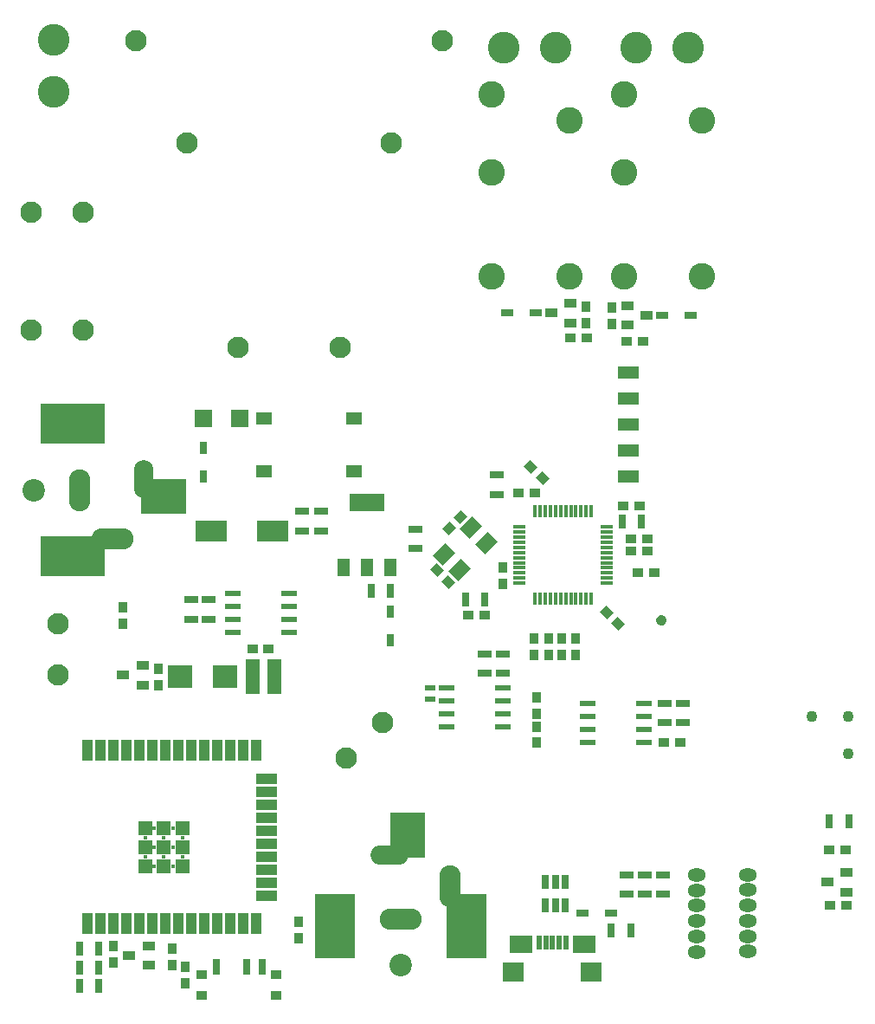
<source format=gts>
G04*
G04 #@! TF.GenerationSoftware,Altium Limited,Altium Designer,22.10.1 (41)*
G04*
G04 Layer_Color=8388736*
%FSLAX44Y44*%
%MOMM*%
G71*
G04*
G04 #@! TF.SameCoordinates,FF558BA5-466A-4189-8B58-D4AB7027BDE0*
G04*
G04*
G04 #@! TF.FilePolarity,Negative*
G04*
G01*
G75*
%ADD56R,0.8000X1.4000*%
%ADD57R,1.0652X0.8874*%
%ADD58R,1.2000X0.9000*%
G04:AMPARAMS|DCode=59|XSize=0.8874mm|YSize=1.0652mm|CornerRadius=0mm|HoleSize=0mm|Usage=FLASHONLY|Rotation=225.000|XOffset=0mm|YOffset=0mm|HoleType=Round|Shape=Rectangle|*
%AMROTATEDRECTD59*
4,1,4,-0.0629,0.6904,0.6904,-0.0629,0.0629,-0.6904,-0.6904,0.0629,-0.0629,0.6904,0.0*
%
%ADD59ROTATEDRECTD59*%

%ADD60R,0.4000X1.3000*%
%ADD61R,1.3000X0.4000*%
%ADD62R,1.4000X0.8000*%
G04:AMPARAMS|DCode=63|XSize=0.8874mm|YSize=1.0652mm|CornerRadius=0mm|HoleSize=0mm|Usage=FLASHONLY|Rotation=315.000|XOffset=0mm|YOffset=0mm|HoleType=Round|Shape=Rectangle|*
%AMROTATEDRECTD63*
4,1,4,-0.6904,-0.0629,0.0629,0.6904,0.6904,0.0629,-0.0629,-0.6904,-0.6904,-0.0629,0.0*
%
%ADD63ROTATEDRECTD63*%

G04:AMPARAMS|DCode=64|XSize=1.7mm|YSize=1.35mm|CornerRadius=0mm|HoleSize=0mm|Usage=FLASHONLY|Rotation=225.000|XOffset=0mm|YOffset=0mm|HoleType=Round|Shape=Rectangle|*
%AMROTATEDRECTD64*
4,1,4,0.1237,1.0783,1.0783,0.1237,-0.1237,-1.0783,-1.0783,-0.1237,0.1237,1.0783,0.0*
%
%ADD64ROTATEDRECTD64*%

%ADD65R,0.8874X1.0652*%
%ADD66R,1.6000X0.6000*%
%ADD67R,1.1000X0.6000*%
%ADD68R,1.1500X0.6500*%
%ADD69R,0.7000X1.4600*%
%ADD70R,0.5000X1.4500*%
%ADD71R,2.2000X1.7000*%
%ADD72R,2.0000X1.9000*%
%ADD73R,2.1000X1.2000*%
%ADD74R,3.4000X4.5000*%
%ADD75R,4.0000X6.3000*%
%ADD76R,0.6500X1.1500*%
%ADD77R,1.3000X1.7000*%
%ADD78R,3.4000X1.7000*%
%ADD79R,1.6500X1.3000*%
%ADD80R,1.7000X1.7000*%
%ADD81R,3.1000X2.1000*%
%ADD82R,1.4000X3.5000*%
%ADD83R,2.3500X2.2200*%
%ADD84R,0.8000X1.6000*%
%ADD85R,1.1000X0.9000*%
%ADD86R,1.0000X2.1000*%
%ADD87R,2.1000X1.0000*%
%ADD88R,1.4300X1.4300*%
%ADD89R,4.5000X3.4000*%
%ADD90R,6.3000X4.0000*%
%ADD91O,1.8000X1.3000*%
%ADD92C,1.1000*%
%ADD93C,3.1000*%
%ADD94C,2.6000*%
%ADD95C,2.2000*%
%ADD96O,3.7000X1.9000*%
%ADD97O,2.1000X4.1000*%
%ADD98O,4.1000X2.1000*%
%ADD99C,2.1000*%
%ADD100C,0.1000*%
%ADD101C,0.4000*%
%ADD102O,1.9000X3.7000*%
G36*
X659214Y377285D02*
X659214Y378280D01*
X658453Y380118D01*
X657047Y381524D01*
X655209Y382285D01*
X654214D01*
X653220Y382285D01*
X651382Y381524D01*
X649976Y380118D01*
X649214Y378280D01*
X649214Y377285D01*
Y376291D01*
X649976Y374453D01*
X651382Y373047D01*
X653220Y372286D01*
X654214D01*
X655209D01*
X657047Y373047D01*
X658453Y374453D01*
X659214Y376291D01*
Y377285D01*
X659214D01*
D02*
G37*
D56*
X818388Y180594D02*
D03*
X837388D02*
D03*
X615760Y474027D02*
D03*
X634759D02*
D03*
X481500Y397500D02*
D03*
X462500D02*
D03*
X604931Y74168D02*
D03*
X623931D02*
D03*
X389128Y406146D02*
D03*
X370128D02*
D03*
X104000Y56500D02*
D03*
X85000D02*
D03*
X104000Y37500D02*
D03*
X85000D02*
D03*
X104000Y19500D02*
D03*
X85000D02*
D03*
D57*
X834390Y152654D02*
D03*
X818388D02*
D03*
X835152Y98552D02*
D03*
X819150D02*
D03*
X530500Y501396D02*
D03*
X514498D02*
D03*
X616758Y489027D02*
D03*
X632760D02*
D03*
X640588Y457073D02*
D03*
X624586D02*
D03*
X640588Y444881D02*
D03*
X624586D02*
D03*
X646938Y423500D02*
D03*
X630936D02*
D03*
X481500Y382270D02*
D03*
X465498D02*
D03*
X656498Y258000D02*
D03*
X672500D02*
D03*
X636001Y650000D02*
D03*
X619999D02*
D03*
X581002Y653000D02*
D03*
X565000D02*
D03*
X270001Y349500D02*
D03*
X253999D02*
D03*
D58*
X816356Y121158D02*
D03*
X835256Y130658D02*
D03*
Y111658D02*
D03*
X639450Y675000D02*
D03*
X620550Y684500D02*
D03*
Y665500D02*
D03*
X546100Y677500D02*
D03*
X565000Y668000D02*
D03*
Y687000D02*
D03*
X127550Y323500D02*
D03*
X146450Y314000D02*
D03*
Y333000D02*
D03*
X133550Y49500D02*
D03*
X152450Y40000D02*
D03*
Y59000D02*
D03*
D59*
X537591Y516001D02*
D03*
X526276Y527316D02*
D03*
X600640Y384880D02*
D03*
X611956Y373564D02*
D03*
X445579Y414655D02*
D03*
X434264Y425970D02*
D03*
D60*
X530500Y483500D02*
D03*
X540500D02*
D03*
X545500D02*
D03*
X550500D02*
D03*
X555500D02*
D03*
X560500D02*
D03*
X565500D02*
D03*
X570500D02*
D03*
X575500D02*
D03*
X580500D02*
D03*
X585500D02*
D03*
Y398500D02*
D03*
X575500D02*
D03*
X570500D02*
D03*
X565500D02*
D03*
X560500D02*
D03*
X555500D02*
D03*
X550500D02*
D03*
X545500D02*
D03*
X540500D02*
D03*
X535500D02*
D03*
X530500D02*
D03*
X535500Y483500D02*
D03*
X580500Y398500D02*
D03*
D61*
X600500Y468500D02*
D03*
Y458500D02*
D03*
Y448500D02*
D03*
Y443500D02*
D03*
Y438500D02*
D03*
Y433500D02*
D03*
Y428500D02*
D03*
Y423500D02*
D03*
Y418500D02*
D03*
Y413500D02*
D03*
X515500D02*
D03*
Y418500D02*
D03*
Y423500D02*
D03*
Y428500D02*
D03*
Y438500D02*
D03*
Y443500D02*
D03*
Y448500D02*
D03*
Y453500D02*
D03*
Y458500D02*
D03*
Y463500D02*
D03*
Y468500D02*
D03*
X600500Y453500D02*
D03*
Y463500D02*
D03*
X515500Y433500D02*
D03*
D62*
X493268Y519024D02*
D03*
Y500024D02*
D03*
X413512Y466192D02*
D03*
Y447192D02*
D03*
X499000Y325360D02*
D03*
Y344360D02*
D03*
X481500Y325360D02*
D03*
Y344360D02*
D03*
X657000Y296000D02*
D03*
Y277000D02*
D03*
X675000Y296000D02*
D03*
Y277000D02*
D03*
X655947Y128253D02*
D03*
Y109254D02*
D03*
X637947Y128253D02*
D03*
Y109254D02*
D03*
X620447Y128253D02*
D03*
Y109254D02*
D03*
X303000Y464500D02*
D03*
Y483500D02*
D03*
X321000Y464500D02*
D03*
Y483500D02*
D03*
X193934Y378206D02*
D03*
Y397206D02*
D03*
X211582Y378206D02*
D03*
Y397206D02*
D03*
D63*
X457454Y477965D02*
D03*
X446139Y466649D02*
D03*
D64*
X467615Y467803D02*
D03*
X457009Y426084D02*
D03*
X483172Y452247D02*
D03*
X441452Y441640D02*
D03*
D65*
X570000Y343498D02*
D03*
Y359500D02*
D03*
X556500Y343498D02*
D03*
Y359500D02*
D03*
X543500Y343498D02*
D03*
Y359500D02*
D03*
X529500Y343498D02*
D03*
Y359500D02*
D03*
X499000Y428500D02*
D03*
Y412498D02*
D03*
X532003Y302133D02*
D03*
Y286131D02*
D03*
Y257429D02*
D03*
Y273431D02*
D03*
X606000Y683001D02*
D03*
Y666999D02*
D03*
X580263Y668020D02*
D03*
Y684022D02*
D03*
X127550Y373498D02*
D03*
Y389500D02*
D03*
X161798Y313944D02*
D03*
Y329946D02*
D03*
X299500Y66499D02*
D03*
Y82501D02*
D03*
X188500Y38500D02*
D03*
Y22498D02*
D03*
X175704Y40195D02*
D03*
Y56198D02*
D03*
X118000Y58501D02*
D03*
Y42499D02*
D03*
D66*
X444000Y311550D02*
D03*
Y298850D02*
D03*
Y286150D02*
D03*
X499000Y273450D02*
D03*
Y286150D02*
D03*
Y298850D02*
D03*
Y311550D02*
D03*
X444000Y273450D02*
D03*
X582000Y296050D02*
D03*
Y283350D02*
D03*
Y270650D02*
D03*
X637000Y257950D02*
D03*
Y270650D02*
D03*
Y283350D02*
D03*
Y296050D02*
D03*
X582000Y257950D02*
D03*
X234500Y365450D02*
D03*
Y378150D02*
D03*
Y403550D02*
D03*
X289500D02*
D03*
Y390850D02*
D03*
Y378150D02*
D03*
Y365450D02*
D03*
X234500Y390850D02*
D03*
D67*
X427500Y300000D02*
D03*
Y311000D02*
D03*
D68*
X604931Y91313D02*
D03*
X576931D02*
D03*
X682500Y675000D02*
D03*
X654500D02*
D03*
X503000Y677500D02*
D03*
X531000D02*
D03*
D69*
X559918Y98425D02*
D03*
X550418D02*
D03*
X540918D02*
D03*
Y121925D02*
D03*
X559918D02*
D03*
X550418D02*
D03*
D70*
X560500Y62000D02*
D03*
X554000D02*
D03*
X547500D02*
D03*
X541000D02*
D03*
X534500D02*
D03*
D71*
X516500Y60775D02*
D03*
X578500D02*
D03*
D72*
X509500Y33500D02*
D03*
X585500D02*
D03*
D73*
X621538Y517779D02*
D03*
Y543179D02*
D03*
Y568579D02*
D03*
Y593979D02*
D03*
Y619379D02*
D03*
D74*
X405500Y167500D02*
D03*
D75*
X334500Y78000D02*
D03*
X463500D02*
D03*
D76*
X389128Y385318D02*
D03*
Y357318D02*
D03*
X205994Y517876D02*
D03*
Y545876D02*
D03*
D77*
X343000Y428500D02*
D03*
X389000D02*
D03*
X366000D02*
D03*
D78*
Y492500D02*
D03*
D79*
X265000Y574550D02*
D03*
X353000D02*
D03*
Y522450D02*
D03*
X265000D02*
D03*
D80*
X206062Y574548D02*
D03*
X242062D02*
D03*
D81*
X274000Y464500D02*
D03*
X214000D02*
D03*
D82*
X254168Y322580D02*
D03*
X275168D02*
D03*
D83*
X227076D02*
D03*
X183376D02*
D03*
D84*
X218500Y38500D02*
D03*
X248500D02*
D03*
X263500D02*
D03*
D85*
X277500Y31000D02*
D03*
X204500D02*
D03*
X277500Y11000D02*
D03*
X204500D02*
D03*
D86*
X105100Y250500D02*
D03*
X117800D02*
D03*
X130500D02*
D03*
X143200D02*
D03*
X155900D02*
D03*
X168600D02*
D03*
X181300D02*
D03*
X194000D02*
D03*
X206700D02*
D03*
X219400D02*
D03*
X232100D02*
D03*
X244800D02*
D03*
X257500D02*
D03*
Y80500D02*
D03*
X244800D02*
D03*
X232100D02*
D03*
X219400D02*
D03*
X206700D02*
D03*
X194000D02*
D03*
X181300D02*
D03*
X168600D02*
D03*
X155900D02*
D03*
X143200D02*
D03*
X130500D02*
D03*
X117800D02*
D03*
X105100D02*
D03*
X92400D02*
D03*
Y250500D02*
D03*
D87*
X267500Y222650D02*
D03*
Y209950D02*
D03*
Y197250D02*
D03*
Y184550D02*
D03*
Y171850D02*
D03*
Y159150D02*
D03*
Y146450D02*
D03*
Y133750D02*
D03*
Y121050D02*
D03*
Y108350D02*
D03*
D88*
X149050Y137150D02*
D03*
Y155500D02*
D03*
Y173850D02*
D03*
X167400Y137150D02*
D03*
Y155500D02*
D03*
Y173850D02*
D03*
X185750Y137150D02*
D03*
Y155500D02*
D03*
Y173850D02*
D03*
D89*
X167500Y498000D02*
D03*
D90*
X78000Y569000D02*
D03*
Y440000D02*
D03*
D91*
X739000Y128500D02*
D03*
Y113500D02*
D03*
Y98500D02*
D03*
Y83500D02*
D03*
Y68500D02*
D03*
Y53500D02*
D03*
X688376Y53253D02*
D03*
Y68253D02*
D03*
Y83253D02*
D03*
Y98253D02*
D03*
Y128253D02*
D03*
Y113253D02*
D03*
D92*
X801000Y283000D02*
D03*
X837000D02*
D03*
Y247000D02*
D03*
D93*
X680300Y936500D02*
D03*
X629500D02*
D03*
X550500D02*
D03*
X499700D02*
D03*
X60000Y944400D02*
D03*
Y893600D02*
D03*
D94*
X617800Y890900D02*
D03*
X694000Y865500D02*
D03*
Y713100D02*
D03*
X617800Y814700D02*
D03*
Y713100D02*
D03*
X488400Y891400D02*
D03*
X564600Y866000D02*
D03*
Y713600D02*
D03*
X488400Y815200D02*
D03*
Y713600D02*
D03*
D95*
X399000Y40000D02*
D03*
X40000Y504500D02*
D03*
D96*
X388000Y148000D02*
D03*
D97*
X447000Y117000D02*
D03*
X85000Y504500D02*
D03*
D98*
X399000Y85000D02*
D03*
X117000Y456500D02*
D03*
D99*
X381279Y277647D02*
D03*
X345923Y242291D02*
D03*
X64000Y373500D02*
D03*
Y323500D02*
D03*
X88000Y661000D02*
D03*
X38000D02*
D03*
X88000Y776000D02*
D03*
X38000D02*
D03*
X240000Y644000D02*
D03*
X340000D02*
D03*
X190000Y844000D02*
D03*
X390000D02*
D03*
X140000Y944000D02*
D03*
X440000D02*
D03*
D100*
X226000Y21000D02*
D03*
X256000D02*
D03*
D101*
X149050Y146325D02*
D03*
Y164675D02*
D03*
X158225Y137150D02*
D03*
Y155500D02*
D03*
Y173850D02*
D03*
X167400Y146325D02*
D03*
Y164675D02*
D03*
X176575Y137150D02*
D03*
Y155500D02*
D03*
Y173850D02*
D03*
X185750Y146325D02*
D03*
Y164675D02*
D03*
D102*
X148000Y515500D02*
D03*
M02*

</source>
